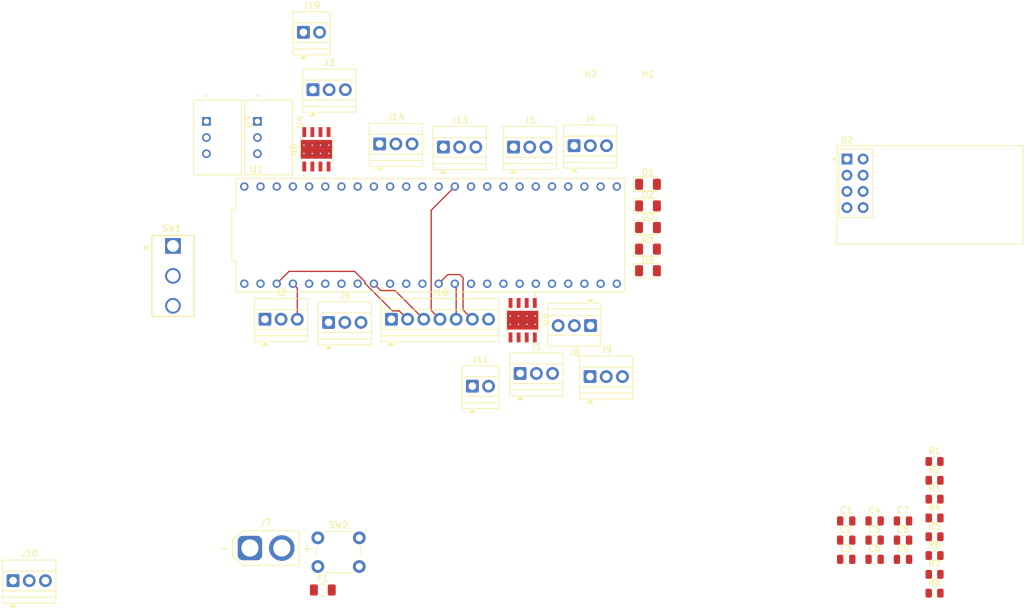
<source format=kicad_pcb>
(kicad_pcb (version 20241229) (generator "pcbnew") (generator_version "9.0")
  (layers (0 "F.Cu" signal) (2 "B.Cu" signal) (13 "F.Paste" user) (15 "B.Paste" user) (5 "F.SilkS" user "F.Silkscreen") (7 "B.SilkS" user "B.Silkscreen") (1 "F.Mask" user) (3 "B.Mask" user) (25 "Edge.Cuts" user))
  (net 0 "")
  (net 1 "+12V")
  (net 2 "GND")
  (net 3 "+5V")
  (net 4 "+3.3V")
  (net 5 "Net-(D1-A)")
  (net 6 "Net-(D2-A)")
  (net 7 "Net-(D3-A)")
  (net 8 "Net-(D4-A)")
  (net 9 "Net-(D6-A)")
  (net 10 "Net-(SW1-A)")
  (net 11 "s1")
  (net 12 "s2")
  (net 13 "s3")
  (net 14 "s4")
  (net 15 "L1")
  (net 16 "L2")
  (net 17 "Net-(J7-Pin_2)")
  (net 18 "s5")
  (net 19 "start")
  (net 20 "Net-(J11-Pin_1)")
  (net 21 "Net-(J11-Pin_2)")
  (net 22 "s6")
  (net 23 "L4")
  (net 24 "CE")
  (net 25 "~CSN")
  (net 26 "MISO")
  (net 27 "SCK")
  (net 28 "MOSI")
  (net 29 "Net-(J19-Pin_1)")
  (net 30 "Net-(J19-Pin_2)")
  (net 31 "Net-(U5-ILIM)")
  (net 32 "Net-(U6-ILIM)")
  (net 33 "GPIO pin")
  (net 52 "mdr1")
  (net 54 "mdr4")
  (net 56 "mdr3")
  (net 59 "L3")
  (net 60 "mdr2")
  (footprint "DRV8871DDAR:VREG_LM5017MR_NOPB" (layer "F.Cu") (at 139.85 71.15 -90)
    (property "Reference" "U5" (at -0.075 -3.635 90) (layer "F.SilkS"))
    (property "Value" "motor driver 1")
    (pad "1" smd roundrect (at -2.7 -1.905 270) (size 1.55 0.6) (layers "F.Cu" "F.Paste") (roundrect_rratio 0.025) (net 2 "GND"))
    (pad "2" smd roundrect (at -2.7 -0.635 270) (size 1.55 0.6) (layers "F.Cu" "F.Paste") (roundrect_rratio 0.025) (net 52 "mdr1"))
    (pad "3" smd roundrect (at -2.7 0.635 270) (size 1.55 0.6) (layers "F.Cu" "F.Paste") (roundrect_rratio 0.025) (net 60 "mdr2"))
    (pad "4" smd roundrect (at -2.7 1.905 270) (size 1.55 0.6) (layers "F.Cu" "F.Paste") (roundrect_rratio 0.025) (net 31 "Net-(U5-ILIM)"))
    (pad "5" smd roundrect (at 2.7 1.905 270) (size 1.55 0.6) (layers "F.Cu" "F.Paste") (roundrect_rratio 0.025) (net 1 "+12V"))
    (pad "6" smd roundrect (at 2.7 0.635 270) (size 1.55 0.6) (layers "F.Cu" "F.Paste") (roundrect_rratio 0.025) (net 20 "Net-(J11-Pin_1)"))
    (pad "7" smd roundrect (at 2.7 -0.635 270) (size 1.55 0.6) (layers "F.Cu" "F.Paste") (roundrect_rratio 0.025) (net 2 "GND"))
    (pad "8" smd roundrect (at 2.7 -1.905 270) (size 1.55 0.6) (layers "F.Cu" "F.Paste") (roundrect_rratio 0.025) (net 21 "Net-(J11-Pin_2)"))
    (pad "9" smd rect (at 0 0 270) (size 2.95 4.9) (layers "F.Cu"))
    (pad "10" thru_hole circle (at -0.65 -1.95 270) (size 0.3 0.3) (drill 0.2) (layers "*.Cu" "*.Mask"))
    (pad "11" thru_hole circle (at 0.65 -1.95 270) (size 0.3 0.3) (drill 0.2) (layers "*.Cu" "*.Mask"))
    (pad "12" thru_hole circle (at -0.65 -0.65 270) (size 0.3 0.3) (drill 0.2) (layers "*.Cu" "*.Mask"))
    (pad "13" thru_hole circle (at 0.65 -0.65 270) (size 0.3 0.3) (drill 0.2) (layers "*.Cu" "*.Mask"))
    (pad "14" thru_hole circle (at -0.65 0.65 270) (size 0.3 0.3) (drill 0.2) (layers "*.Cu" "*.Mask"))
    (pad "15" thru_hole circle (at 0.65 0.65 270) (size 0.3 0.3) (drill 0.2) (layers "*.Cu" "*.Mask"))
    (pad "16" thru_hole circle (at -0.65 1.95 270) (size 0.3 0.3) (drill 0.2) (layers "*.Cu" "*.Mask"))
    (pad "17" thru_hole circle (at 0.65 1.95 270) (size 0.3 0.3) (drill 0.2) (layers "*.Cu" "*.Mask"))
  )
  (footprint "pleseowrk:switch" (layer "F.Cu") (at 85 64.2)
    (property "Reference" "SW1" (at -0.22543 -7.44928 0) (layer "F.SilkS") (effects (font (size 1.001921 1.001921))))
    (property "Value" "SW_SPDT")
    (pad "1" thru_hole rect (at 0 -4.7) (size 2.45 2.45) (drill 1.85) (layers "*.Cu" "*.Mask") (net 10 "Net-(SW1-A)"))
    (pad "2" thru_hole circle (at 0 0) (size 2.45 2.45) (drill 1.85) (layers "*.Cu" "*.Mask") (net 17 "Net-(J7-Pin_2)"))
    (pad "3" thru_hole circle (at 0 4.7) (size 2.45 2.45) (drill 1.85) (layers "*.Cu" "*.Mask"))
  )
  (footprint "TerminalBlock:TerminalBlock_Xinya_XY308-2.54-3P_1x03_P2.54mm_Horizontal" (layer "F.Cu") (at 150.5 72 180)
    (property "Reference" "J8" (at 2.54 -4.22 0) (layer "F.SilkS"))
    (property "Value" "line 3")
    (pad "1" thru_hole roundrect (at 0 0 180) (size 2 2) (drill 1.2) (layers "*.Cu" "*.Mask") (roundrect_rratio 0.125) (net 2 "GND"))
    (pad "2" thru_hole circle (at 2.54 0 180) (size 2 2) (drill 1.2) (layers "*.Cu" "*.Mask") (net 4 "+3.3V"))
    (pad "3" thru_hole circle (at 5.08 0 180) (size 2 2) (drill 1.2) (layers "*.Cu" "*.Mask") (net 59 "L3"))
  )
  (footprint "DRV8871DDAR:VREG_LM5017MR_NOPB" (layer "F.Cu") (at 107.5 44.35 90)
    (property "Reference" "U6" (at -0.075 -3.635 90) (layer "F.SilkS"))
    (property "Value" "motor driver 2")
    (pad "1" smd roundrect (at -2.7 -1.905 90) (size 1.55 0.6) (layers "F.Cu" "F.Paste") (roundrect_rratio 0.025) (net 2 "GND"))
    (pad "2" smd roundrect (at -2.7 -0.635 90) (size 1.55 0.6) (layers "F.Cu" "F.Paste") (roundrect_rratio 0.025) (net 56 "mdr3"))
    (pad "3" smd roundrect (at -2.7 0.635 90) (size 1.55 0.6) (layers "F.Cu" "F.Paste") (roundrect_rratio 0.025) (net 54 "mdr4"))
    (pad "4" smd roundrect (at -2.7 1.905 90) (size 1.55 0.6) (layers "F.Cu" "F.Paste") (roundrect_rratio 0.025) (net 32 "Net-(U6-ILIM)"))
    (pad "5" smd roundrect (at 2.7 1.905 90) (size 1.55 0.6) (layers "F.Cu" "F.Paste") (roundrect_rratio 0.025) (net 1 "+12V"))
    (pad "6" smd roundrect (at 2.7 0.635 90) (size 1.55 0.6) (layers "F.Cu" "F.Paste") (roundrect_rratio 0.025) (net 29 "Net-(J19-Pin_1)"))
    (pad "7" smd roundrect (at 2.7 -0.635 90) (size 1.55 0.6) (layers "F.Cu" "F.Paste") (roundrect_rratio 0.025) (net 2 "GND"))
    (pad "8" smd roundrect (at 2.7 -1.905 90) (size 1.55 0.6) (layers "F.Cu" "F.Paste") (roundrect_rratio 0.025) (net 30 "Net-(J19-Pin_2)"))
    (pad "9" smd rect (at 0 0 90) (size 2.95 4.9) (layers "F.Cu"))
    (pad "10" thru_hole circle (at -0.65 -1.95 90) (size 0.3 0.3) (drill 0.2) (layers "*.Cu" "*.Mask"))
    (pad "11" thru_hole circle (at 0.65 -1.95 90) (size 0.3 0.3) (drill 0.2) (layers "*.Cu" "*.Mask"))
    (pad "12" thru_hole circle (at -0.65 -0.65 90) (size 0.3 0.3) (drill 0.2) (layers "*.Cu" "*.Mask"))
    (pad "13" thru_hole circle (at 0.65 -0.65 90) (size 0.3 0.3) (drill 0.2) (layers "*.Cu" "*.Mask"))
    (pad "14" thru_hole circle (at -0.65 0.65 90) (size 0.3 0.3) (drill 0.2) (layers "*.Cu" "*.Mask"))
    (pad "15" thru_hole circle (at 0.65 0.65 90) (size 0.3 0.3) (drill 0.2) (layers "*.Cu" "*.Mask"))
    (pad "16" thru_hole circle (at -0.65 1.95 90) (size 0.3 0.3) (drill 0.2) (layers "*.Cu" "*.Mask"))
    (pad "17" thru_hole circle (at 0.65 1.95 90) (size 0.3 0.3) (drill 0.2) (layers "*.Cu" "*.Mask"))
  )
  (footprint "Resistor_SMD:R_0805_2012Metric" (layer "F.Cu") (at 204.45 93.315)
    (property "Reference" "R1" (at 0 -1.65 0) (layer "F.SilkS"))
    (property "Value" "R_US")
    (pad "1" smd roundrect (at -0.9125 0) (size 1.025 1.4) (layers "F.Cu" "F.Mask" "F.Paste") (roundrect_rratio 0.243902) (net 3 "+5V"))
    (pad "2" smd roundrect (at 0.9125 0) (size 1.025 1.4) (layers "F.Cu" "F.Mask" "F.Paste") (roundrect_rratio 0.243902) (net 5 "Net-(D1-A)"))
  )
  (footprint "pleseowrk:voltageregulator" (layer "F.Cu") (at 92 42.5 -90)
    (property "Reference" "U3" (at -2.425 -4.915 90) (layer "F.SilkS"))
    (property "Value" "R-78K5.0-0.5 (vr 5v)")
    (pad "1" thru_hole rect (at -2.54 1.75 270) (size 1.358 1.358) (drill 0.85) (layers "*.Cu" "*.Mask") (net 1 "+12V"))
    (pad "2" thru_hole circle (at 0 1.75 270) (size 1.358 1.358) (drill 0.85) (layers "*.Cu" "*.Mask") (net 2 "GND"))
    (pad "3" thru_hole circle (at 2.54 1.75 270) (size 1.358 1.358) (drill 0.85) (layers "*.Cu" "*.Mask") (net 3 "+5V"))
  )
  (footprint "TerminalBlock:TerminalBlock_Xinya_XY308-2.54-2P_1x02_P2.54mm_Horizontal" (layer "F.Cu") (at 105.46 26)
    (property "Reference" "J19" (at 1.27 -4.22 0) (layer "F.SilkS"))
    (property "Value" "motor 2")
    (pad "1" thru_hole roundrect (at 0 0) (size 2 2) (drill 1.2) (layers "*.Cu" "*.Mask") (roundrect_rratio 0.125) (net 29 "Net-(J19-Pin_1)"))
    (pad "2" thru_hole circle (at 2.54 0) (size 2 2) (drill 1.2) (layers "*.Cu" "*.Mask") (net 30 "Net-(J19-Pin_2)"))
  )
  (footprint "TerminalBlock:TerminalBlock_Xinya_XY308-2.54-3P_1x03_P2.54mm_Horizontal" (layer "F.Cu") (at 109.42 71.5)
    (property "Reference" "J6" (at 2.54 -4.22 0) (layer "F.SilkS"))
    (property "Value" "line 2")
    (pad "1" thru_hole roundrect (at 0 0) (size 2 2) (drill 1.2) (layers "*.Cu" "*.Mask") (roundrect_rratio 0.125) (net 2 "GND"))
    (pad "2" thru_hole circle (at 2.54 0) (size 2 2) (drill 1.2) (layers "*.Cu" "*.Mask") (net 4 "+3.3V"))
    (pad "3" thru_hole circle (at 5.08 0) (size 2 2) (drill 1.2) (layers "*.Cu" "*.Mask") (net 16 "L2"))
  )
  (footprint "Capacitor_SMD:C_0805_2012Metric" (layer "F.Cu") (at 199.5 108.655)
    (property "Reference" "C9" (at 0 -1.68 0) (layer "F.SilkS"))
    (property "Value" "10 uF")
    (pad "1" smd roundrect (at -0.95 0) (size 1 1.45) (layers "F.Cu" "F.Mask" "F.Paste") (net 1 "+12V"))
    (pad "2" smd roundrect (at 0.95 0) (size 1 1.45) (layers "F.Cu" "F.Mask" "F.Paste") (net 2 "GND"))
  )
  (footprint "RF_Module:nRF24L01_Breakout" (layer "F.Cu") (at 190.7105 45.875)
    (property "Reference" "U2" (at 0 -3 0) (layer "F.SilkS"))
    (property "Value" "NRF24L01_Breakout")
    (pad "1" thru_hole rect (at 0 0) (size 1.7 1.7) (drill 1) (layers "*.Cu" "*.Mask") (net 2 "GND"))
    (pad "2" thru_hole circle (at 2.54 0) (size 1.7 1.7) (drill 1) (layers "*.Cu" "*.Mask") (net 4 "+3.3V"))
    (pad "3" thru_hole circle (at 0 2.54) (size 1.7 1.7) (drill 1) (layers "*.Cu" "*.Mask") (net 24 "CE"))
    (pad "4" thru_hole circle (at 2.54 2.54) (size 1.7 1.7) (drill 1) (layers "*.Cu" "*.Mask") (net 25 "~CSN"))
    (pad "5" thru_hole circle (at 0 5.08) (size 1.7 1.7) (drill 1) (layers "*.Cu" "*.Mask") (net 27 "SCK"))
    (pad "6" thru_hole circle (at 2.54 5.08) (size 1.7 1.7) (drill 1) (layers "*.Cu" "*.Mask") (net 28 "MOSI"))
    (pad "7" thru_hole circle (at 0 7.62) (size 1.7 1.7) (drill 1) (layers "*.Cu" "*.Mask") (net 26 "MISO"))
    (pad "8" thru_hole circle (at 2.54 7.62) (size 1.7 1.7) (drill 1) (layers "*.Cu" "*.Mask"))
  )
  (footprint "TerminalBlock:TerminalBlock_Xinya_XY308-2.54-3P_1x03_P2.54mm_Horizontal" (layer "F.Cu") (at 99.42 71)
    (property "Reference" "J2" (at 2.54 -4.22 0) (layer "F.SilkS"))
    (property "Value" "distance 2")
    (pad "1" thru_hole roundrect (at 0 0) (size 2 2) (drill 1.2) (layers "*.Cu" "*.Mask") (roundrect_rratio 0.125) (net 4 "+3.3V"))
    (pad "2" thru_hole circle (at 2.54 0) (size 2 2) (drill 1.2) (layers "*.Cu" "*.Mask") (net 2 "GND"))
    (pad "3" thru_hole circle (at 5.08 0) (size 2 2) (drill 1.2) (layers "*.Cu" "*.Mask") (net 12 "s2"))
  )
  (footprint "TerminalBlock:TerminalBlock_Xinya_XY308-2.54-3P_1x03_P2.54mm_Horizontal" (layer "F.Cu") (at 127.42 44)
    (property "Reference" "J13" (at 2.54 -4.22 0) (layer "F.SilkS"))
    (property "Value" "distance 6")
    (pad "1" thru_hole roundrect (at 0 0) (size 2 2) (drill 1.2) (layers "*.Cu" "*.Mask") (roundrect_rratio 0.125) (net 4 "+3.3V"))
    (pad "2" thru_hole circle (at 2.54 0) (size 2 2) (drill 1.2) (layers "*.Cu" "*.Mask") (net 2 "GND"))
    (pad "3" thru_hole circle (at 5.08 0) (size 2 2) (drill 1.2) (layers "*.Cu" "*.Mask") (net 22 "s6"))
  )
  (footprint "Capacitor_SMD:C_0805_2012Metric" (layer "F.Cu") (at 195.05 105.645)
    (property "Reference" "C5" (at 0 -1.68 0) (layer "F.SilkS"))
    (property "Value" "10uF")
    (pad "1" smd roundrect (at -0.95 0) (size 1 1.45) (layers "F.Cu" "F.Mask" "F.Paste") (net 4 "+3.3V"))
    (pad "2" smd roundrect (at 0.95 0) (size 1 1.45) (layers "F.Cu" "F.Mask" "F.Paste") (net 2 "GND"))
  )
  (footprint "TerminalBlock:TerminalBlock_Xinya_XY308-2.54-3P_1x03_P2.54mm_Horizontal" (layer "F.Cu") (at 150.42 80)
    (property "Reference" "J9" (at 2.54 -4.22 0) (layer "F.SilkS"))
    (property "Value" "distance 5")
    (pad "1" thru_hole roundrect (at 0 0) (size 2 2) (drill 1.2) (layers "*.Cu" "*.Mask") (roundrect_rratio 0.125) (net 4 "+3.3V"))
    (pad "2" thru_hole circle (at 2.54 0) (size 2 2) (drill 1.2) (layers "*.Cu" "*.Mask") (net 2 "GND"))
    (pad "3" thru_hole circle (at 5.08 0) (size 2 2) (drill 1.2) (layers "*.Cu" "*.Mask") (net 18 "s5"))
  )
  (footprint "Capacitor_SMD:C_0805_2012Metric" (layer "F.Cu") (at 190.6 102.635)
    (property "Reference" "C1" (at 0 -1.68 0) (layer "F.SilkS"))
    (property "Value" "10uF")
    (pad "1" smd roundrect (at -0.95 0) (size 1 1.45) (layers "F.Cu" "F.Mask" "F.Paste") (net 1 "+12V"))
    (pad "2" smd roundrect (at 0.95 0) (size 1 1.45) (layers "F.Cu" "F.Mask" "F.Paste") (net 2 "GND"))
  )
  (footprint "Resistor_SMD:R_0805_2012Metric" (layer "F.Cu") (at 204.45 99.215)
    (property "Reference" "R3" (at 0 -1.65 0) (layer "F.SilkS"))
    (property "Value" "R_US")
    (pad "1" smd roundrect (at -0.9125 0) (size 1.025 1.4) (layers "F.Cu" "F.Mask" "F.Paste") (roundrect_rratio 0.243902) (net 13 "s3"))
    (pad "2" smd roundrect (at 0.9125 0) (size 1.025 1.4) (layers "F.Cu" "F.Mask" "F.Paste") (roundrect_rratio 0.243902) (net 7 "Net-(D3-A)"))
  )
  (footprint "TerminalBlock:TerminalBlock_Xinya_XY308-2.54-7P_1x07_P2.54mm_Horizontal" (layer "F.Cu") (at 119.26 71)
    (property "Reference" "J16" (at 7.62 -4.22 0) (layer "F.SilkS"))
    (property "Value" "Screw_Terminal_01x07")
    (pad "1" thru_hole roundrect (at 0 0) (size 2 2) (drill 1.2) (layers "*.Cu" "*.Mask") (roundrect_rratio 0.125) (net 2 "GND"))
    (pad "2" thru_hole circle (at 2.54 0) (size 2 2) (drill 1.2) (layers "*.Cu" "*.Mask") (net 24 "CE"))
    (pad "3" thru_hole circle (at 5.08 0) (size 2 2) (drill 1.2) (layers "*.Cu" "*.Mask") (net 25 "~CSN"))
    (pad "4" thru_hole circle (at 7.62 0) (size 2 2) (drill 1.2) (layers "*.Cu" "*.Mask") (net 27 "SCK"))
    (pad "5" thru_hole circle (at 10.16 0) (size 2 2) (drill 1.2) (layers "*.Cu" "*.Mask") (net 26 "MISO"))
    (pad "6" thru_hole circle (at 12.7 0) (size 2 2) (drill 1.2) (layers "*.Cu" "*.Mask") (net 28 "MOSI"))
    (pad "7" thru_hole circle (at 15.24 0) (size 2 2) (drill 1.2) (layers "*.Cu" "*.Mask") (net 4 "+3.3V"))
  )
  (footprint "TerminalBlock:TerminalBlock_Xinya_XY308-2.54-3P_1x03_P2.54mm_Horizontal" (layer "F.Cu") (at 117.42 43.5)
    (property "Reference" "J14" (at 2.54 -4.22 0) (layer "F.SilkS"))
    (property "Value" "line 4")
    (pad "1" thru_hole roundrect (at 0 0) (size 2 2) (drill 1.2) (layers "*.Cu" "*.Mask") (roundrect_rratio 0.125) (net 2 "GND"))
    (pad "2" thru_hole circle (at 2.54 0) (size 2 2) (drill 1.2) (layers "*.Cu" "*.Mask") (net 4 "+3.3V"))
    (pad "3" thru_hole circle (at 5.08 0) (size 2 2) (drill 1.2) (layers "*.Cu" "*.Mask") (net 23 "L4"))
  )
  (footprint "MountingHole:MountingHole_2.5mm" (layer "F.Cu") (at 159.505 36)
    (property "Reference" "H1" (at 0 -3.45 0) (layer "F.SilkS"))
    (property "Value" "MountingHole")
    (pad "" np_thru_hole circle (at 0 0) (size 2.5 2.5) (drill 2.5) (layers "*.Cu" "*.Mask"))
  )
  (footprint "Capacitor_SMD:C_0805_2012Metric" (layer "F.Cu") (at 190.6 108.655)
    (property "Reference" "C3" (at 0 -1.68 0) (layer "F.SilkS"))
    (property "Value" "0.1uF")
    (pad "1" smd roundrect (at -0.95 0) (size 1 1.45) (layers "F.Cu" "F.Mask" "F.Paste") (net 2 "GND"))
    (pad "2" smd roundrect (at 0.95 0) (size 1 1.45) (layers "F.Cu" "F.Mask" "F.Paste") (net 3 "+5V"))
  )
  (footprint "Capacitor_SMD:C_0805_2012Metric" (layer "F.Cu") (at 195.05 102.635)
    (property "Reference" "C4" (at 0 -1.68 0) (layer "F.SilkS"))
    (property "Value" "10uF")
    (pad "1" smd roundrect (at -0.95 0) (size 1 1.45) (layers "F.Cu" "F.Mask" "F.Paste") (net 1 "+12V"))
    (pad "2" smd roundrect (at 0.95 0) (size 1 1.45) (layers "F.Cu" "F.Mask" "F.Paste") (net 2 "GND"))
  )
  (footprint "TerminalBlock:TerminalBlock_Xinya_XY308-2.54-3P_1x03_P2.54mm_Horizontal" (layer "F.Cu") (at 147.92 43.7825)
    (property "Reference" "J4" (at 2.54 -4.22 0) (layer "F.SilkS"))
    (property "Value" "distance 4")
    (pad "1" thru_hole roundrect (at 0 0) (size 2 2) (drill 1.2) (layers "*.Cu" "*.Mask") (roundrect_rratio 0.125) (net 4 "+3.3V"))
    (pad "2" thru_hole circle (at 2.54 0) (size 2 2) (drill 1.2) (layers "*.Cu" "*.Mask") (net 2 "GND"))
    (pad "3" thru_hole circle (at 5.08 0) (size 2 2) (drill 1.2) (layers "*.Cu" "*.Mask") (net 14 "s4"))
  )
  (footprint "TerminalBlock:TerminalBlock_Xinya_XY308-2.54-3P_1x03_P2.54mm_Horizontal" (layer "F.Cu") (at 106.96 35)
    (property "Reference" "J3" (at 2.54 -4.22 0) (layer "F.SilkS"))
    (property "Value" "distance 3")
    (pad "1" thru_hole roundrect (at 0 0) (size 2 2) (drill 1.2) (layers "*.Cu" "*.Mask") (roundrect_rratio 0.125) (net 4 "+3.3V"))
    (pad "2" thru_hole circle (at 2.54 0) (size 2 2) (drill 1.2) (layers "*.Cu" "*.Mask") (net 2 "GND"))
    (pad "3" thru_hole circle (at 5.08 0) (size 2 2) (drill 1.2) (layers "*.Cu" "*.Mask") (net 13 "s3"))
  )
  (footprint "LED_SMD:LED_1206_3216Metric" (layer "F.Cu") (at 159.505 63.395)
    (property "Reference" "D6" (at 0 -1.83 0) (layer "F.SilkS"))
    (property "Value" "LED")
    (pad "1" smd roundrect (at -1.4 0) (size 1.25 1.75) (layers "F.Cu" "F.Mask" "F.Paste") (roundrect_rratio 0.2) (net 2 "GND"))
    (pad "2" smd roundrect (at 1.4 0) (size 1.25 1.75) (layers "F.Cu" "F.Mask" "F.Paste") (roundrect_rratio 0.2) (net 9 "Net-(D6-A)"))
  )
  (footprint "LED_SMD:LED_1206_3216Metric" (layer "F.Cu") (at 159.505 53.225)
    (property "Reference" "D2" (at 0 -1.83 0) (layer "F.SilkS"))
    (property "Value" "LED")
    (pad "1" smd roundrect (at -1.4 0) (size 1.25 1.75) (layers "F.Cu" "F.Mask" "F.Paste") (roundrect_rratio 0.2) (net 2 "GND"))
    (pad "2" smd roundrect (at 1.4 0) (size 1.25 1.75) (layers "F.Cu" "F.Mask" "F.Paste") (roundrect_rratio 0.2) (net 6 "Net-(D2-A)"))
  )
  (footprint "TerminalBlock:TerminalBlock_Xinya_XY308-2.54-3P_1x03_P2.54mm_Horizontal" (layer "F.Cu") (at 139.46 79.5)
    (property "Reference" "J1" (at 2.54 -4.22 0) (layer "F.SilkS"))
    (property "Value" "distance 1")
    (pad "1" thru_hole roundrect (at 0 0) (size 2 2) (drill 1.2) (layers "*.Cu" "*.Mask") (roundrect_rratio 0.125) (net 4 "+3.3V"))
    (pad "2" thru_hole circle (at 2.54 0) (size 2 2) (drill 1.2) (layers "*.Cu" "*.Mask") (net 2 "GND"))
    (pad "3" thru_hole circle (at 5.08 0) (size 2 2) (drill 1.2) (layers "*.Cu" "*.Mask") (net 11 "s1"))
  )
  (footprint "TerminalBlock:TerminalBlock_Xinya_XY308-2.54-3P_1x03_P2.54mm_Horizontal" (layer "F.Cu") (at 59.92 112)
    (property "Reference" "J10" (at 2.54 -4.22 0) (layer "F.SilkS"))
    (property "Value" "start")
    (pad "1" thru_hole roundrect (at 0 0) (size 2 2) (drill 1.2) (layers "*.Cu" "*.Mask") (roundrect_rratio 0.125) (net 19 "start"))
    (pad "2" thru_hole circle (at 2.54 0) (size 2 2) (drill 1.2) (layers "*.Cu" "*.Mask") (net 2 "GND"))
    (pad "3" thru_hole circle (at 5.08 0) (size 2 2) (drill 1.2) (layers "*.Cu" "*.Mask") (net 4 "+3.3V"))
  )
  (footprint "Resistor_SMD:R_0805_2012Metric" (layer "F.Cu") (at 204.45 105.115)
    (property "Reference" "R5" (at 0 -1.65 0) (layer "F.SilkS"))
    (property "Value" "R_US")
    (pad "1" smd roundrect (at -0.9125 0) (size 1.025 1.4) (layers "F.Cu" "F.Mask" "F.Paste") (roundrect_rratio 0.243902) (net 11 "s1"))
    (pad "2" smd roundrect (at 0.9125 0) (size 1.025 1.4) (layers "F.Cu" "F.Mask" "F.Paste") (roundrect_rratio 0.243902) (net 9 "Net-(D6-A)"))
  )
  (footprint "TerminalBlock:TerminalBlock_Xinya_XY308-2.54-3P_1x03_P2.54mm_Horizontal" (layer "F.Cu") (at 138.42 44)
    (property "Reference" "J5" (at 2.54 -4.22 0) (layer "F.SilkS"))
    (property "Value" "line 1")
    (pad "1" thru_hole roundrect (at 0 0) (size 2 2) (drill 1.2) (layers "*.Cu" "*.Mask") (roundrect_rratio 0.125) (net 2 "GND"))
    (pad "2" thru_hole circle (at 2.54 0) (size 2 2) (drill 1.2) (layers "*.Cu" "*.Mask") (net 4 "+3.3V"))
    (pad "3" thru_hole circle (at 5.08 0) (size 2 2) (drill 1.2) (layers "*.Cu" "*.Mask") (net 15 "L1"))
  )
  (footprint "TerminalBlock:TerminalBlock_Xinya_XY308-2.54-2P_1x02_P2.54mm_Horizontal" (layer "F.Cu") (at 131.96 81.5)
    (property "Reference" "J11" (at 1.27 -4.22 0) (layer "F.SilkS"))
    (property "Value" "motor 1")
    (pad "1" thru_hole roundrect (at 0 0) (size 2 2) (drill 1.2) (layers "*.Cu" "*.Mask") (roundrect_rratio 0.125) (net 20 "Net-(J11-Pin_1)"))
    (pad "2" thru_hole circle (at 2.54 0) (size 2 2) (drill 1.2) (layers "*.Cu" "*.Mask") (net 21 "Net-(J11-Pin_2)"))
  )
  (footprint "Capacitor_SMD:C_0805_2012Metric" (layer "F.Cu") (at 190.6 105.645)
    (property "Reference" "C2" (at 0 -1.68 0) (layer "F.SilkS"))
    (property "Value" "10 uF")
    (pad "1" smd roundrect (at -0.95 0) (size 1 1.45) (layers "F.Cu" "F.Mask" "F.Paste") (net 3 "+5V"))
    (pad "2" smd roundrect (at 0.95 0) (size 1 1.45) (layers "F.Cu" "F.Mask" "F.Paste") (net 2 "GND"))
  )
  (footprint "LED_SMD:LED_1206_3216Metric" (layer "F.Cu") (at 159.505 56.615)
    (property "Reference" "D3" (at 0 -1.83 0) (layer "F.SilkS"))
    (property "Value" "LED")
    (pad "1" smd roundrect (at -1.4 0) (size 1.25 1.75) (layers "F.Cu" "F.Mask" "F.Paste") (roundrect_rratio 0.2) (net 2 "GND"))
    (pad "2" smd roundrect (at 1.4 0) (size 1.25 1.75) (layers "F.Cu" "F.Mask" "F.Paste") (roundrect_rratio 0.2) (net 7 "Net-(D3-A)"))
  )
  (footprint "Capacitor_SMD:C_0805_2012Metric" (layer "F.Cu") (at 195.05 108.655)
    (property "Reference" "C6" (at 0 -1.68 0) (layer "F.SilkS"))
    (property "Value" "10 uF")
    (pad "1" smd roundrect (at -0.95 0) (size 1 1.45) (layers "F.Cu" "F.Mask" "F.Paste") (net 1 "+12V"))
    (pad "2" smd roundrect (at 0.95 0) (size 1 1.45) (layers "F.Cu" "F.Mask" "F.Paste") (net 2 "GND"))
  )
  (footprint "MountingHole:MountingHole_2.5mm" (layer "F.Cu") (at 150.5 36)
    (property "Reference" "H2" (at 0 -3.45 0) (layer "F.SilkS"))
    (property "Value" "MountingHole")
    (pad "" np_thru_hole circle (at 0 0) (size 2.5 2.5) (drill 2.5) (layers "*.Cu" "*.Mask"))
  )
  (footprint "Resistor_SMD:R_0805_2012Metric" (layer "F.Cu") (at 204.45 111.015)
    (property "Reference" "R7" (at 0 -1.65 0) (layer "F.SilkS"))
    (property "Value" "R_US")
    (pad "1" smd roundrect (at -0.9125 0) (size 1.025 1.4) (layers "F.Cu" "F.Mask" "F.Paste") (roundrect_rratio 0.243902) (net 2 "GND"))
    (pad "2" smd roundrect (at 0.9125 0) (size 1.025 1.4) (layers "F.Cu" "F.Mask" "F.Paste") (roundrect_rratio 0.243902) (net 32 "Net-(U6-ILIM)"))
  )
  (footprint "Button_Switch_THT:SW_PUSH_6mm" (layer "F.Cu") (at 107.725 105.285)
    (property "Reference" "SW2" (at 3.25 -2 0) (layer "F.SilkS"))
    (property "Value" "SW_Push")
    (pad "1" thru_hole circle (at 0 0 90) (size 2 2) (drill 1.1) (layers "*.Cu" "*.Mask") (net 4 "+3.3V"))
    (pad "1" thru_hole circle (at 6.5 0 90) (size 2 2) (drill 1.1) (layers "*.Cu" "*.Mask") (net 4 "+3.3V"))
    (pad "2" thru_hole circle (at 0 4.5 90) (size 2 2) (drill 1.1) (layers "*.Cu" "*.Mask") (net 33 "GPIO pin"))
    (pad "2" thru_hole circle (at 6.5 4.5 90) (size 2 2) (drill 1.1) (layers "*.Cu" "*.Mask") (net 33 "GPIO pin"))
  )
  (footprint "Resistor_SMD:R_0805_2012Metric" (layer "F.Cu") (at 204.45 108.065)
    (property "Reference" "R6" (at 0 -1.65 0) (layer "F.SilkS"))
    (property "Value" "R_US")
    (pad "1" smd roundrect (at -0.9125 0) (size 1.025 1.4) (layers "F.Cu" "F.Mask" "F.Paste") (roundrect_rratio 0.243902) (net 2 "GND"))
    (pad "2" smd roundrect (at 0.9125 0) (size 1.025 1.4) (layers "F.Cu" "F.Mask" "F.Paste") (roundrect_rratio 0.243902) (net 31 "Net-(U5-ILIM)"))
  )
  (footprint "LED_SMD:LED_1206_3216Metric" (layer "F.Cu") (at 159.505 60.005)
    (property "Reference" "D4" (at 0 -1.83 0) (layer "F.SilkS"))
    (property "Value" "LED")
    (pad "1" smd roundrect (at -1.4 0) (size 1.25 1.75) (layers "F.Cu" "F.Mask" "F.Paste") (roundrect_rratio 0.2) (net 2 "GND"))
    (pad "2" smd roundrect (at 1.4 0) (size 1.25 1.75) (layers "F.Cu" "F.Mask" "F.Paste") (roundrect_rratio 0.2) (net 8 "Net-(D4-A)"))
  )
  (footprint "Resistor_SMD:R_0805_2012Metric" (layer "F.Cu") (at 204.45 113.965)
    (property "Reference" "R8" (at 0 -1.65 0) (layer "F.SilkS"))
    (property "Value" "R_US")
    (pad "1" smd roundrect (at -0.9125 0) (size 1.025 1.4) (layers "F.Cu" "F.Mask" "F.Paste") (roundrect_rratio 0.243902) (net 33 "GPIO pin"))
    (pad "2" smd roundrect (at 0.9125 0) (size 1.025 1.4) (layers "F.Cu" "F.Mask" "F.Paste") (roundrect_rratio 0.243902) (net 2 "GND"))
  )
  (footprint "Capacitor_SMD:C_0805_2012Metric" (layer "F.Cu") (at 199.5 105.645)
    (property "Reference" "C8" (at 0 -1.68 0) (layer "F.SilkS"))
    (property "Value" "10 uF")
    (pad "1" smd roundrect (at -0.95 0) (size 1 1.45) (layers "F.Cu" "F.Mask" "F.Paste") (net 1 "+12V"))
    (pad "2" smd roundrect (at 0.95 0) (size 1 1.45) (layers "F.Cu" "F.Mask" "F.Paste") (net 2 "GND"))
  )
  (footprint "Connector_AMASS:AMASS_XT30U-F_1x02_P5.0mm_Vertical" (layer "F.Cu") (at 97.075 106.885)
    (property "Reference" "J7" (at 2.5 -4 0) (layer "F.SilkS"))
    (property "Value" "Battery")
    (fp_text user "-" (at -4 0 0) (layer "F.SilkS") (effects (font (size 1.5 1.5))))
    (fp_text user "+" (at 9 0 0) (layer "F.SilkS") (effects (font (size 1.5 1.5))))
    (pad "1" thru_hole roundrect (at 0 0) (size 3.8 3.8) (drill 2.7) (layers "*.Cu" "*.Mask") (roundrect_rratio 0.2) (net 2 "GND"))
    (pad "2" thru_hole circle (at 5 0) (size 4 4) (drill 2.7) (layers "*.Cu" "*.Mask") (net 17 "Net-(J7-Pin_2)"))
  )
  (footprint "Resistor_SMD:R_0805_2012Metric" (layer "F.Cu") (at 204.45 102.165)
    (property "Reference" "R4" (at 0 -1.65 0) (layer "F.SilkS"))
    (property "Value" "R_US")
    (pad "1" smd roundrect (at -0.9125 0) (size 1.025 1.4) (layers "F.Cu" "F.Mask" "F.Paste") (roundrect_rratio 0.243902) (net 14 "s4"))
    (pad "2" smd roundrect (at 0.9125 0) (size 1.025 1.4) (layers "F.Cu" "F.Mask" "F.Paste") (roundrect_rratio 0.243902) (net 8 "Net-(D4-A)"))
  )
  (footprint "Fuse:Fuse_1206_3216Metric" (layer "F.Cu") (at 108.505 113.465)
    (property "Reference" "F1" (at 0 -1.83 0) (layer "F.SilkS"))
    (property "Value" "Fuse")
    (pad "1" smd roundrect (at -1.4 0) (size 1.25 1.75) (layers "F.Cu" "F.Mask" "F.Paste") (roundrect_rratio 0.2) (net 10 "Net-(SW1-A)"))
    (pad "2" smd roundrect (at 1.4 0) (size 1.25 1.75) (layers "F.Cu" "F.Mask" "F.Paste") (roundrect_rratio 0.2) (net 1 "+12V"))
  )
  (footprint "pleseowrk:teensy" (layer "F.Cu") (at 125.405 57.805)
    (property "Reference" "U1" (at -27.305 -10.295 0) (layer "F.SilkS"))
    (property "Value" "DEV-16771")
    (pad "0" thru_hole circle (at -26.67 7.62) (size 1.308 1.308) (drill 0.8) (layers "*.Cu" "*.Mask"))
    (pad "1" thru_hole circle (at -24.13 7.62) (size 1.308 1.308) (drill 0.8) (layers "*.Cu" "*.Mask") (net 24 "CE"))
    (pad "2" thru_hole circle (at -21.59 7.62) (size 1.308 1.308) (drill 0.8) (layers "*.Cu" "*.Mask") (net 12 "s2"))
    (pad "3" thru_hole circle (at -19.05 7.62) (size 1.308 1.308) (drill 0.8) (layers "*.Cu" "*.Mask") (net 13 "s3"))
    (pad "3.3V_1" thru_hole circle (at 6.35 7.62) (size 1.308 1.308) (drill 0.8) (layers "*.Cu" "*.Mask") (net 4 "+3.3V"))
    (pad "3.3V_2" thru_hole circle (at -24.13 -7.62) (size 1.308 1.308) (drill 0.8) (layers "*.Cu" "*.Mask") (net 4 "+3.3V"))
    (pad "4" thru_hole circle (at -16.51 7.62) (size 1.308 1.308) (drill 0.8) (layers "*.Cu" "*.Mask") (net 14 "s4"))
    (pad "5" thru_hole circle (at -13.97 7.62) (size 1.308 1.308) (drill 0.8) (layers "*.Cu" "*.Mask") (net 11 "s1"))
    (pad "6" thru_hole circle (at -11.43 7.62) (size 1.308 1.308) (drill 0.8) (layers "*.Cu" "*.Mask"))
    (pad "7" thru_hole circle (at -8.89 7.62) (size 1.308 1.308) (drill 0.8) (layers "*.Cu" "*.Mask") (net 25 "~CSN"))
    (pad "8" thru_hole circle (at -6.35 7.62) (size 1.308 1.308) (drill 0.8) (layers "*.Cu" "*.Mask"))
    (pad "9" thru_hole circle (at -3.81 7.62) (size 1.308 1.308) (drill 0.8) (layers "*.Cu" "*.Mask"))
    (pad "10" thru_hole circle (at -1.27 7.62) (size 1.308 1.308) (drill 0.8) (layers "*.Cu" "*.Mask"))
    (pad "11" thru_hole circle (at 1.27 7.62) (size 1.308 1.308) (drill 0.8) (layers "*.Cu" "*.Mask") (net 28 "MOSI"))
    (pad "12" thru_hole circle (at 3.81 7.62) (size 1.308 1.308) (drill 0.8) (layers "*.Cu" "*.Mask") (net 26 "MISO"))
    (pad "13" thru_hole circle (at 3.81 -7.62) (size 1.308 1.308) (drill 0.8) (layers "*.Cu" "*.Mask") (net 27 "SCK"))
    (pad "14" thru_hole circle (at 1.27 -7.62) (size 1.308 1.308) (drill 0.8) (layers "*.Cu" "*.Mask") (net 15 "L1"))
    (pad "15" thru_hole circle (at -1.27 -7.62) (size 1.308 1.308) (drill 0.8) (layers "*.Cu" "*.Mask") (net 16 "L2"))
    (pad "16" thru_hole circle (at -3.81 -7.62) (size 1.308 1.308) (drill 0.8) (layers "*.Cu" "*.Mask") (net 59 "L3"))
    (pad "17" thru_hole circle (at -6.35 -7.62) (size 1.308 1.308) (drill 0.8) (layers "*.Cu" "*.Mask") (net 19 "start"))
    (pad "18" thru_hole circle (at -8.89 -7.62) (size 1.308 1.308) (drill 0.8) (layers "*.Cu" "*.Mask") (net 56 "mdr3"))
    (pad "19" thru_hole circle (at -11.43 -7.62) (size 1.308 1.308) (drill 0.8) (layers "*.Cu" "*.Mask"))
    (pad "20" thru_hole circle (at -13.97 -7.62) (size 1.308 1.308) (drill 0.8) (layers "*.Cu" "*.Mask") (net 23 "L4"))
    (pad "21" thru_hole circle (at -16.51 -7.62) (size 1.308 1.308) (drill 0.8) (layers "*.Cu" "*.Mask"))
    (pad "22" thru_hole circle (at -19.05 -7.62) (size 1.308 1.308) (drill 0.8) (layers "*.Cu" "*.Mask") (net 54 "mdr4"))
    (pad "23" thru_hole circle (at -21.59 -7.62) (size 1.308 1.308) (drill 0.8) (layers "*.Cu" "*.Mask") (net 22 "s6"))
    (pad "24" thru_hole circle (at 8.89 7.62) (size 1.308 1.308) (drill 0.8) (layers "*.Cu" "*.Mask") (net 18 "s5"))
    (pad "25" thru_hole circle (at 11.43 7.62) (size 1.308 1.308) (drill 0.8) (layers "*.Cu" "*.Mask") (net 33 "GPIO pin"))
    (pad "26" thru_hole circle (at 13.97 7.62) (size 1.308 1.308) (drill 0.8) (layers "*.Cu" "*.Mask"))
    (pad "27" thru_hole circle (at 16.51 7.62) (size 1.308 1.308) (drill 0.8) (layers "*.Cu" "*.Mask"))
    (pad "28" thru_hole circle (at 19.05 7.62) (size 1.308 1.308) (drill 0.8) (layers "*.Cu" "*.Mask") (net 52 "mdr1"))
    (pad "29" thru_hole circle (at 21.59 7.62) (size 1.308 1.308) (drill 0.8) (layers "*.Cu" "*.Mask") (net 60 "mdr2"))
    (pad "30" thru_hole circle (at 24.13 7.62) (size 1.308 1.308) (drill 0.8) (layers "*.Cu" "*.Mask"))
    (pad "31" thru_hole circle (at 26.67 7.62) (size 1.308 1.308) (drill 0.8) (layers "*.Cu" "*.Mask"))
    (pad "32" thru_hole circle (at 29.21 7.62) (size 1.308 1.308) (drill 0.8) (layers "*.Cu" "*.Mask"))
    (pad "33" thru_hole circle (at 29.21 -7.62) (size 1.308 1.308) (drill 0.8) (layers "*.Cu" "*.Mask"))
    (pad "34" thru_hole circle (at 26.67 -7.62) (size 1.308 1.308) (drill 0.8) (layers "*.Cu" "*.Mask"))
    (pad "35" thru_hole circle (at 24.13 -7.62) (size 1.308 1.308) (drill 0.8) (layers "*.Cu" "*.Mask"))
    (pad "36" thru_hole circle (at 21.59 -7.62) (size 1.308 1.308) (drill 0.8) (layers "*.Cu" "*.Mask"))
    (pad "37" thru_hole circle (at 19.05 -7.62) (size 1.308 1.308) (drill 0.8) (layers "*.Cu" "*.Mask"))
    (pad "38" thru_hole circle (at 16.51 -7.62) (size 1.308 1.308) (drill 0.8) (layers "*.Cu" "*.Mask"))
    (pad "39" thru_hole circle (at 13.97 -7.62) (size 1.308 1.308) (drill 0.8) (layers "*.Cu" "*.Mask"))
    (pad "40" thru_hole circle (at 11.43 -7.62) (size 1.308 1.308) (drill 0.8) (layers "*.Cu" "*.Mask"))
    (pad "41" thru_hole circle (at 8.89 -7.62) (size 1.308 1.308) (drill 0.8) (layers "*.Cu" "*.Mask"))
    (pad "GND1" thru_hole circle (at -29.21 7.62) (size 1.308 1.308) (drill 0.8) (layers "*.Cu" "*.Mask") (net 2 "GND"))
    (pad "GND2" thru_hole circle (at 6.35 -7.62) (size 1.308 1.308) (drill 0.8) (layers "*.Cu" "*.Mask") (net 2 "GND"))
    (pad "GND3" thru_hole circle (at -26.67 -7.62) (size 1.308 1.308) (drill 0.8) (layers "*.Cu" "*.Mask") (net 2 "GND"))
    (pad "VIN" thru_hole circle (at -29.21 -7.62) (size 1.308 1.308) (drill 0.8) (layers "*.Cu" "*.Mask") (net 3 "+5V"))
  )
  (footprint "Capacitor_SMD:C_0805_2012Metric" (layer "F.Cu") (at 199.5 102.635)
    (property "Reference" "C7" (at 0 -1.68 0) (layer "F.SilkS"))
    (property "Value" "10 uF")
    (pad "1" smd roundrect (at -0.95 0) (size 1 1.45) (layers "F.Cu" "F.Mask" "F.Paste") (net 1 "+12V"))
    (pad "2" smd roundrect (at 0.95 0) (size 1 1.45) (layers "F.Cu" "F.Mask" "F.Paste") (net 2 "GND"))
  )
  (footprint "LED_SMD:LED_1206_3216Metric" (layer "F.Cu") (at 159.505 49.835)
    (property "Reference" "D1" (at 0 -1.83 0) (layer "F.SilkS"))
    (property "Value" "LED")
    (pad "1" smd roundrect (at -1.4 0) (size 1.25 1.75) (layers "F.Cu" "F.Mask" "F.Paste") (roundrect_rratio 0.2) (net 2 "GND"))
    (pad "2" smd roundrect (at 1.4 0) (size 1.25 1.75) (layers "F.Cu" "F.Mask" "F.Paste") (roundrect_rratio 0.2) (net 5 "Net-(D1-A)"))
  )
  (footprint "pleseowrk:voltageregulator" (layer "F.Cu") (at 100 42.5 -90)
    (property "Reference" "U4" (at -2.425 -4.915 90) (layer "F.SilkS"))
    (property "Value" "R-78K5.0-0.5 (vr 3.3v)")
    (pad "1" thru_hole rect (at -2.54 1.75 270) (size 1.358 1.358) (drill 0.85) (layers "*.Cu" "*.Mask") (net 1 "+12V"))
    (pad "2" thru_hole circle (at 0 1.75 270) (size 1.358 1.358) (drill 0.85) (layers "*.Cu" "*.Mask") (net 2 "GND"))
    (pad "3" thru_hole circle (at 2.54 1.75 270) (size 1.358 1.358) (drill 0.85) (layers "*.Cu" "*.Mask") (net 4 "+3.3V"))
  )
  (footprint "Resistor_SMD:R_0805_2012Metric" (layer "F.Cu") (at 204.45 96.265)
    (property "Reference" "R2" (at 0 -1.65 0) (layer "F.SilkS"))
    (property "Value" "R_US")
    (pad "1" smd roundrect (at -0.9125 0) (size 1.025 1.4) (layers "F.Cu" "F.Mask" "F.Paste") (roundrect_rratio 0.243902) (net 12 "s2"))
    (pad "2" smd roundrect (at 0.9125 0) (size 1.025 1.4) (layers "F.Cu" "F.Mask" "F.Paste") (roundrect_rratio 0.243902) (net 6 "Net-(D2-A)"))
  )
  (segment (start 104.5 66.11) (end 103.815 65.425) (width 0.2) (layer "F.Cu") (net 12))
  (segment (start 104.5 71) (end 104.5 66.11) (width 0.2) (layer "F.Cu") (net 12))
  (segment (start 113.5 63.5) (end 115.119713 65.119713) (width 0.2) (layer "F.Cu") (net 24))
  (segment (start 115.119713 65.380287) (end 119.438426 69.699) (width 0.2) (layer "F.Cu") (net 24))
  (segment (start 101.275 65.425) (end 103.2 63.5) (width 0.2) (layer "F.Cu") (net 24))
  (segment (start 103.2 63.5) (end 113.5 63.5) (width 0.2) (layer "F.Cu") (net 24))
  (segment (start 115.119713 65.119713) (end 115.119713 65.380287) (width 0.2) (layer "F.Cu") (net 24))
  (segment (start 119.438426 69.699) (end 120.499 69.699) (width 0.2) (layer "F.Cu") (net 24))
  (segment (start 120.499 69.699) (end 121.8 71) (width 0.2) (layer "F.Cu") (net 24))
  (segment (start 117.59 66.5) (end 116.515 65.425) (width 0.2) (layer "F.Cu") (net 25))
  (segment (start 124.34 71) (end 119.84 66.5) (width 0.2) (layer "F.Cu") (net 25))
  (segment (start 119.84 66.5) (end 117.59 66.5) (width 0.2) (layer "F.Cu") (net 25))
  (segment (start 129.42 65.63) (end 129.215 65.425) (width 0.2) (layer "F.Cu") (net 26))
  (segment (start 129.42 71) (end 129.42 65.63) (width 0.2) (layer "F.Cu") (net 26))
  (segment (start 125.5 69.62) (end 125.5 53.9) (width 0.2) (layer "F.Cu") (net 27))
  (segment (start 125.5 53.9) (end 129.215 50.185) (width 0.2) (layer "F.Cu") (net 27))
  (segment (start 126.88 71) (end 125.5 69.62) (width 0.2) (layer "F.Cu") (net 27))
  (segment (start 130.5 69.54) (end 130.5 64.5) (width 0.2) (layer "F.Cu") (net 28))
  (segment (start 128.1 64) (end 126.675 65.425) (width 0.2) (layer "F.Cu") (net 28))
  (segment (start 131.96 71) (end 130.5 69.54) (width 0.2) (layer "F.Cu") (net 28))
  (segment (start 130 64) (end 128.1 64) (width 0.2) (layer "F.Cu") (net 28))
  (segment (start 130.5 64.5) (end 130 64) (width 0.2) (layer "F.Cu") (net 28))
)
</source>
